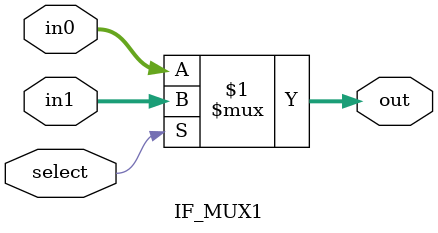
<source format=v>
`timescale 1ns / 1ps
module IF_MUX1(
input wire [31:0] in0,
input wire [31:0] in1,
input wire select,
output wire [31:0] out
);

assign out = (select) ? in1:in0;


endmodule

</source>
